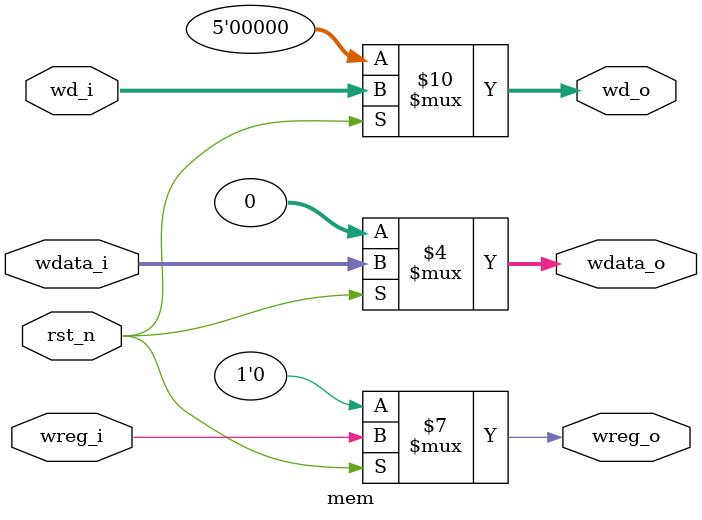
<source format=v>
`timescale 1ns / 1ps


module mem(
    input                 rst_n,
    
    input [4:0]           wd_i,
    input                 wreg_i,
    input [31:0]          wdata_i,
    
    output reg [4:0]      wd_o,
    output reg            wreg_o,
    output reg [31:0]     wdata_o
    );
    
always @ (*) begin
    if(~rst_n) begin
        wd_o <= 0;
        wreg_o <= 0;
        wdata_o <= 0;
    end
    else begin
        wd_o <= wd_i;
        wreg_o <= wreg_i;
        wdata_o <= wdata_i;
    end
end
endmodule

</source>
